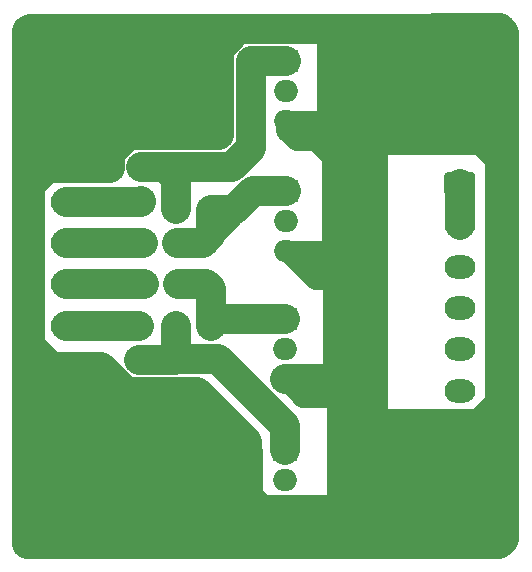
<source format=gbr>
G04 #@! TF.GenerationSoftware,KiCad,Pcbnew,5.1.9*
G04 #@! TF.CreationDate,2021-08-09T17:38:43+02:00*
G04 #@! TF.ProjectId,led_amplifier,6c65645f-616d-4706-9c69-666965722e6b,1*
G04 #@! TF.SameCoordinates,Original*
G04 #@! TF.FileFunction,Copper,L1,Top*
G04 #@! TF.FilePolarity,Positive*
%FSLAX45Y45*%
G04 Gerber Fmt 4.5, Leading zero omitted, Abs format (unit mm)*
G04 Created by KiCad (PCBNEW 5.1.9) date 2021-08-09 17:38:43*
%MOMM*%
%LPD*%
G01*
G04 APERTURE LIST*
G04 #@! TA.AperFunction,ComponentPad*
%ADD10O,1.600000X1.600000*%
G04 #@! TD*
G04 #@! TA.AperFunction,ComponentPad*
%ADD11C,1.600000*%
G04 #@! TD*
G04 #@! TA.AperFunction,ComponentPad*
%ADD12O,2.000000X1.905000*%
G04 #@! TD*
G04 #@! TA.AperFunction,ComponentPad*
%ADD13R,2.000000X1.905000*%
G04 #@! TD*
G04 #@! TA.AperFunction,ComponentPad*
%ADD14O,2.600000X2.000000*%
G04 #@! TD*
G04 #@! TA.AperFunction,Conductor*
%ADD15C,1.700000*%
G04 #@! TD*
G04 #@! TA.AperFunction,Conductor*
%ADD16C,2.500000*%
G04 #@! TD*
G04 #@! TA.AperFunction,Conductor*
%ADD17C,2.100000*%
G04 #@! TD*
G04 APERTURE END LIST*
D10*
X15781020Y-9151620D03*
D11*
X15781020Y-8135620D03*
G04 #@! TA.AperFunction,SMDPad,CuDef*
G36*
G01*
X15262830Y-7372080D02*
X15262830Y-7497080D01*
G75*
G02*
X15237830Y-7522080I-25000J0D01*
G01*
X15175330Y-7522080D01*
G75*
G02*
X15150330Y-7497080I0J25000D01*
G01*
X15150330Y-7372080D01*
G75*
G02*
X15175330Y-7347080I25000J0D01*
G01*
X15237830Y-7347080D01*
G75*
G02*
X15262830Y-7372080I0J-25000D01*
G01*
G37*
G04 #@! TD.AperFunction*
G04 #@! TA.AperFunction,SMDPad,CuDef*
G36*
G01*
X15555330Y-7372080D02*
X15555330Y-7497080D01*
G75*
G02*
X15530330Y-7522080I-25000J0D01*
G01*
X15467830Y-7522080D01*
G75*
G02*
X15442830Y-7497080I0J25000D01*
G01*
X15442830Y-7372080D01*
G75*
G02*
X15467830Y-7347080I25000J0D01*
G01*
X15530330Y-7347080D01*
G75*
G02*
X15555330Y-7372080I0J-25000D01*
G01*
G37*
G04 #@! TD.AperFunction*
D12*
X16409670Y-9697720D03*
X16409670Y-9443720D03*
D13*
X16409670Y-9189720D03*
G04 #@! TA.AperFunction,ComponentPad*
G36*
G01*
X17784220Y-6837320D02*
X17994220Y-6837320D01*
G75*
G02*
X18019220Y-6862320I0J-25000D01*
G01*
X18019220Y-7012320D01*
G75*
G02*
X17994220Y-7037320I-25000J0D01*
G01*
X17784220Y-7037320D01*
G75*
G02*
X17759220Y-7012320I0J25000D01*
G01*
X17759220Y-6862320D01*
G75*
G02*
X17784220Y-6837320I25000J0D01*
G01*
G37*
G04 #@! TD.AperFunction*
D14*
X17889220Y-7287320D03*
X17889220Y-7637320D03*
X17889220Y-7987320D03*
X17889220Y-8337320D03*
X17889220Y-8687320D03*
X17889220Y-9037320D03*
D13*
X16422370Y-5894070D03*
D12*
X16422370Y-6148070D03*
X16422370Y-6402070D03*
D13*
X16422370Y-6993890D03*
D12*
X16422370Y-7247890D03*
X16422370Y-7501890D03*
D13*
X16410160Y-8081570D03*
D12*
X16410160Y-8335570D03*
X16410160Y-8589570D03*
G04 #@! TA.AperFunction,ComponentPad*
G36*
G01*
X14661740Y-8586140D02*
X14451740Y-8586140D01*
G75*
G02*
X14426740Y-8561140I0J25000D01*
G01*
X14426740Y-8411140D01*
G75*
G02*
X14451740Y-8386140I25000J0D01*
G01*
X14661740Y-8386140D01*
G75*
G02*
X14686740Y-8411140I0J-25000D01*
G01*
X14686740Y-8561140D01*
G75*
G02*
X14661740Y-8586140I-25000J0D01*
G01*
G37*
G04 #@! TD.AperFunction*
D14*
X14556740Y-8136140D03*
X14556740Y-7786140D03*
X14556740Y-7436140D03*
X14556740Y-7086140D03*
D11*
X15485110Y-8135620D03*
D10*
X15485110Y-9151620D03*
D11*
X15787370Y-7153910D03*
D10*
X15787370Y-6137910D03*
X15485110Y-6136640D03*
D11*
X15485110Y-7152640D03*
G04 #@! TA.AperFunction,SMDPad,CuDef*
G36*
G01*
X15131780Y-6735710D02*
X15256780Y-6735710D01*
G75*
G02*
X15281780Y-6760710I0J-25000D01*
G01*
X15281780Y-6823210D01*
G75*
G02*
X15256780Y-6848210I-25000J0D01*
G01*
X15131780Y-6848210D01*
G75*
G02*
X15106780Y-6823210I0J25000D01*
G01*
X15106780Y-6760710D01*
G75*
G02*
X15131780Y-6735710I25000J0D01*
G01*
G37*
G04 #@! TD.AperFunction*
G04 #@! TA.AperFunction,SMDPad,CuDef*
G36*
G01*
X15131780Y-7028210D02*
X15256780Y-7028210D01*
G75*
G02*
X15281780Y-7053210I0J-25000D01*
G01*
X15281780Y-7115710D01*
G75*
G02*
X15256780Y-7140710I-25000J0D01*
G01*
X15131780Y-7140710D01*
G75*
G02*
X15106780Y-7115710I0J25000D01*
G01*
X15106780Y-7053210D01*
G75*
G02*
X15131780Y-7028210I25000J0D01*
G01*
G37*
G04 #@! TD.AperFunction*
G04 #@! TA.AperFunction,SMDPad,CuDef*
G36*
G01*
X15563150Y-7725140D02*
X15563150Y-7850140D01*
G75*
G02*
X15538150Y-7875140I-25000J0D01*
G01*
X15475650Y-7875140D01*
G75*
G02*
X15450650Y-7850140I0J25000D01*
G01*
X15450650Y-7725140D01*
G75*
G02*
X15475650Y-7700140I25000J0D01*
G01*
X15538150Y-7700140D01*
G75*
G02*
X15563150Y-7725140I0J-25000D01*
G01*
G37*
G04 #@! TD.AperFunction*
G04 #@! TA.AperFunction,SMDPad,CuDef*
G36*
G01*
X15270650Y-7725140D02*
X15270650Y-7850140D01*
G75*
G02*
X15245650Y-7875140I-25000J0D01*
G01*
X15183150Y-7875140D01*
G75*
G02*
X15158150Y-7850140I0J25000D01*
G01*
X15158150Y-7725140D01*
G75*
G02*
X15183150Y-7700140I25000J0D01*
G01*
X15245650Y-7700140D01*
G75*
G02*
X15270650Y-7725140I0J-25000D01*
G01*
G37*
G04 #@! TD.AperFunction*
G04 #@! TA.AperFunction,SMDPad,CuDef*
G36*
G01*
X15237730Y-8193140D02*
X15112730Y-8193140D01*
G75*
G02*
X15087730Y-8168140I0J25000D01*
G01*
X15087730Y-8105640D01*
G75*
G02*
X15112730Y-8080640I25000J0D01*
G01*
X15237730Y-8080640D01*
G75*
G02*
X15262730Y-8105640I0J-25000D01*
G01*
X15262730Y-8168140D01*
G75*
G02*
X15237730Y-8193140I-25000J0D01*
G01*
G37*
G04 #@! TD.AperFunction*
G04 #@! TA.AperFunction,SMDPad,CuDef*
G36*
G01*
X15237730Y-8485640D02*
X15112730Y-8485640D01*
G75*
G02*
X15087730Y-8460640I0J25000D01*
G01*
X15087730Y-8398140D01*
G75*
G02*
X15112730Y-8373140I25000J0D01*
G01*
X15237730Y-8373140D01*
G75*
G02*
X15262730Y-8398140I0J-25000D01*
G01*
X15262730Y-8460640D01*
G75*
G02*
X15237730Y-8485640I-25000J0D01*
G01*
G37*
G04 #@! TD.AperFunction*
D15*
X16846550Y-8775700D02*
X16816070Y-8745220D01*
X16565810Y-8745220D02*
X16410160Y-8589570D01*
X16816070Y-8745220D02*
X16565810Y-8745220D01*
X17019270Y-9697720D02*
X16846550Y-9697720D01*
X16936720Y-9697720D02*
X16846550Y-9607550D01*
X17019270Y-9697720D02*
X16936720Y-9697720D01*
X16846550Y-9697720D02*
X16846550Y-9607550D01*
X16846550Y-8775700D02*
X16846550Y-9048750D01*
X17019270Y-8792210D02*
X17019270Y-9221470D01*
X17019270Y-8948420D02*
X16846550Y-8775700D01*
X17019270Y-9697720D02*
X17019270Y-8948420D01*
X16939260Y-9141460D02*
X16939260Y-9028430D01*
X17019270Y-9221470D02*
X16939260Y-9141460D01*
X16939260Y-9028430D02*
X17019270Y-8948420D01*
X16939260Y-9141460D02*
X16846550Y-9048750D01*
X16846550Y-9484360D02*
X17019270Y-9311640D01*
X16846550Y-9697720D02*
X16846550Y-9484360D01*
X17019270Y-9311640D02*
X17019270Y-9221470D01*
X16846550Y-9697720D02*
X16915130Y-9697720D01*
X17019270Y-9697720D02*
X17019270Y-9593580D01*
X16915130Y-9697720D02*
X17019270Y-9593580D01*
X16846550Y-9525000D02*
X16846550Y-9484360D01*
X17019270Y-9697720D02*
X16846550Y-9525000D01*
X17019270Y-9363710D02*
X16846550Y-9190990D01*
X16846550Y-9607550D02*
X16846550Y-9190990D01*
X16846550Y-9190990D02*
X16846550Y-8775700D01*
X17198340Y-9697720D02*
X17019270Y-9697720D01*
X17115790Y-9697720D02*
X17019270Y-9601200D01*
X17019270Y-9697720D02*
X17019270Y-9601200D01*
X17198340Y-9697720D02*
X17115790Y-9697720D01*
X17019270Y-9503410D02*
X17019270Y-9461500D01*
X17019270Y-9593580D02*
X17019270Y-9461500D01*
X17019270Y-9461500D02*
X17019270Y-9311640D01*
X17019270Y-9601200D02*
X17019270Y-9503410D01*
X17019270Y-9503410D02*
X17019270Y-9363710D01*
X17099280Y-9541510D02*
X17019270Y-9461500D01*
X17198340Y-9541510D02*
X17099280Y-9541510D01*
X17198340Y-9541510D02*
X17198340Y-9697720D01*
X17044670Y-9389110D02*
X17019270Y-9363710D01*
X17198340Y-9389110D02*
X17044670Y-9389110D01*
X17198340Y-9389110D02*
X17198340Y-9541510D01*
X17044670Y-9196070D02*
X17019270Y-9221470D01*
X17198340Y-9196070D02*
X17044670Y-9196070D01*
X17198340Y-9196070D02*
X17198340Y-9389110D01*
X17040860Y-8970010D02*
X17019270Y-8948420D01*
X17198340Y-8970010D02*
X17040860Y-8970010D01*
X17198340Y-8743950D02*
X17198340Y-8970010D01*
X17198340Y-8970010D02*
X17198340Y-9196070D01*
X17198340Y-8812530D02*
X17040860Y-8970010D01*
X17198340Y-8743950D02*
X17198340Y-8812530D01*
X17040860Y-9038590D02*
X17198340Y-9196070D01*
X17040860Y-8970010D02*
X17040860Y-9038590D01*
X17044670Y-9196070D02*
X17044670Y-9235440D01*
X17043960Y-8589570D02*
X17198340Y-8743950D01*
X16410160Y-8589570D02*
X17043960Y-8589570D01*
X17198340Y-7508240D02*
X17191990Y-7501890D01*
X17043960Y-8589570D02*
X17043960Y-7555940D01*
X17191990Y-7501890D02*
X17098010Y-7501890D01*
X17043960Y-7555940D02*
X17098010Y-7501890D01*
X16816630Y-7507530D02*
X16810990Y-7501890D01*
X16810990Y-7501890D02*
X16422370Y-7501890D01*
X16894810Y-8667750D02*
X16894810Y-7611110D01*
X16816630Y-8589570D02*
X16894810Y-8667750D01*
X16894810Y-8667750D02*
X17019270Y-8792210D01*
X16810990Y-7527290D02*
X16810990Y-7501890D01*
X16894810Y-7611110D02*
X16810990Y-7527290D01*
X16447770Y-7527290D02*
X16422370Y-7501890D01*
X16816630Y-8589570D02*
X16816630Y-7750250D01*
X16816630Y-7750250D02*
X16816630Y-7507530D01*
X16670730Y-7750250D02*
X16422370Y-7501890D01*
X16816630Y-7750250D02*
X16670730Y-7750250D01*
X16816630Y-7750250D02*
X16802810Y-7750250D01*
X16615410Y-7562850D02*
X16615410Y-7527290D01*
X16802810Y-7750250D02*
X16615410Y-7562850D01*
X16810990Y-7527290D02*
X16615410Y-7527290D01*
X16615410Y-7527290D02*
X16447770Y-7527290D01*
X17198340Y-6534150D02*
X17198340Y-7508240D01*
X17066260Y-6402070D02*
X17198340Y-6534150D01*
X17198340Y-7627620D02*
X17198340Y-6743700D01*
X17198340Y-7627620D02*
X17198340Y-7508240D01*
X17198340Y-8743950D02*
X17198340Y-7627620D01*
X16856710Y-6402070D02*
X17066260Y-6402070D01*
X17098010Y-6643370D02*
X17018635Y-6563995D01*
X17198340Y-6743700D02*
X17018635Y-6563995D01*
X16926560Y-6489700D02*
X16935450Y-6480810D01*
X17098010Y-7501890D02*
X16926560Y-7501890D01*
X16935450Y-6480810D02*
X16856710Y-6402070D01*
X16926560Y-7501890D02*
X16810990Y-7501890D01*
X17018635Y-6563995D02*
X16935450Y-6480810D01*
X16810990Y-6488430D02*
X16724630Y-6402070D01*
X16422370Y-6402070D02*
X16724630Y-6402070D01*
X16724630Y-6402070D02*
X16856710Y-6402070D01*
X16504920Y-6402070D02*
X16810990Y-6708140D01*
X16422370Y-6402070D02*
X16504920Y-6402070D01*
X16810990Y-7501890D02*
X16810990Y-6708140D01*
X16422370Y-6402070D02*
X16422370Y-6489700D01*
X16507460Y-6574790D02*
X16810990Y-6574790D01*
X16422370Y-6489700D02*
X16507460Y-6574790D01*
X16810990Y-6708140D02*
X16810990Y-6574790D01*
X16810990Y-6574790D02*
X16810990Y-6488430D01*
X17098010Y-7501890D02*
X17098010Y-7311390D01*
X17098010Y-7311390D02*
X16926560Y-7139940D01*
X16926560Y-7501890D02*
X16926560Y-7139940D01*
X17023080Y-6918960D02*
X16926560Y-6822440D01*
X17098010Y-6918960D02*
X17023080Y-6918960D01*
X17098010Y-6918960D02*
X17098010Y-6643370D01*
X16926560Y-7139940D02*
X16926560Y-6822440D01*
X16926560Y-6822440D02*
X16926560Y-6489700D01*
X17018635Y-6730365D02*
X16926560Y-6822440D01*
X17018635Y-6563995D02*
X17018635Y-6730365D01*
X17098010Y-6968490D02*
X16926560Y-7139940D01*
X17098010Y-6918960D02*
X17098010Y-6968490D01*
X17098010Y-7174230D02*
X17098010Y-7330440D01*
X17098010Y-7330440D02*
X16926560Y-7501890D01*
X17098010Y-7501890D02*
X17098010Y-7174230D01*
X17098010Y-7174230D02*
X17098010Y-6918960D01*
X17067530Y-8743950D02*
X17019270Y-8792210D01*
X17198340Y-8743950D02*
X17067530Y-8743950D01*
X17044670Y-9235440D02*
X17111345Y-9302115D01*
X17111345Y-9302115D02*
X17198340Y-9389110D01*
X17200245Y-9213215D02*
X17111345Y-9302115D01*
X17713325Y-9213215D02*
X17889220Y-9037320D01*
X17889220Y-9037320D02*
X17889220Y-9208770D01*
X17240250Y-9583420D02*
X17198340Y-9541510D01*
X17514570Y-9583420D02*
X17240250Y-9583420D01*
X17392650Y-9583420D02*
X17111345Y-9302115D01*
X17514570Y-9583420D02*
X17392650Y-9583420D01*
X17480280Y-9493250D02*
X17200245Y-9213215D01*
X17604740Y-9493250D02*
X17480280Y-9493250D01*
X17604740Y-9493250D02*
X17514570Y-9583420D01*
X17651730Y-9420860D02*
X17444085Y-9213215D01*
X17677130Y-9420860D02*
X17651730Y-9420860D01*
X17677130Y-9420860D02*
X17604740Y-9493250D01*
X17444085Y-9213215D02*
X17713325Y-9213215D01*
X17760315Y-9337675D02*
X17572355Y-9337675D01*
X17760315Y-9337675D02*
X17677130Y-9420860D01*
X17889220Y-9208770D02*
X17760315Y-9337675D01*
X17616170Y-9116060D02*
X17713325Y-9213215D01*
X17350740Y-9116060D02*
X17616170Y-9116060D01*
X17572355Y-9337675D02*
X17350740Y-9116060D01*
X17492980Y-9420860D02*
X17285335Y-9213215D01*
X17677130Y-9420860D02*
X17492980Y-9420860D01*
X17200245Y-9213215D02*
X17285335Y-9213215D01*
X17285335Y-9213215D02*
X17444085Y-9213215D01*
X17198340Y-9697720D02*
X17875250Y-9697720D01*
X17889220Y-9340850D02*
X17889220Y-9037320D01*
X17889220Y-9683750D02*
X17889220Y-9340850D01*
X17875250Y-9697720D02*
X17889220Y-9683750D01*
X17769840Y-9697720D02*
X17492980Y-9420860D01*
X17875250Y-9697720D02*
X17769840Y-9697720D01*
X17769840Y-9347200D02*
X17760315Y-9337675D01*
X17769840Y-9697720D02*
X17769840Y-9347200D01*
X17889220Y-9037320D02*
X17889220Y-8961120D01*
X17880330Y-8970010D02*
X17198340Y-8970010D01*
X17889220Y-8961120D02*
X17880330Y-8970010D01*
X17875250Y-9697720D02*
X17955260Y-9697720D01*
X17955260Y-9697720D02*
X18045430Y-9607550D01*
D16*
X16409670Y-9697720D02*
X17019270Y-9697720D01*
X16409670Y-9697720D02*
X17955260Y-9697720D01*
X18045430Y-9326880D02*
X18045430Y-9823450D01*
D15*
X18045430Y-9607550D02*
X18045430Y-9326880D01*
D16*
X18045430Y-9823450D02*
X18016220Y-9852660D01*
X15059660Y-9692640D02*
X15059660Y-9425940D01*
X15059660Y-9692640D02*
X15007590Y-9692640D01*
X15038070Y-9425940D02*
X14781530Y-9169400D01*
X14781530Y-9466580D02*
X14781530Y-9169400D01*
X15059660Y-9425940D02*
X15038070Y-9425940D01*
X15058390Y-9204960D02*
X14781530Y-8928100D01*
X15059660Y-9204960D02*
X15058390Y-9204960D01*
X15059660Y-9204960D02*
X15059660Y-9425940D01*
X14781530Y-9169400D02*
X14781530Y-8928100D01*
X14817090Y-8872220D02*
X14781530Y-8836660D01*
X15059660Y-8872220D02*
X15059660Y-9204960D01*
X15059660Y-8872220D02*
X14817090Y-8872220D01*
X14781530Y-8928100D02*
X14781530Y-8836660D01*
X14781530Y-8836660D02*
X14781530Y-8488680D01*
X15059660Y-8766810D02*
X14781530Y-8488680D01*
X15059660Y-8872220D02*
X15059660Y-8766810D01*
X17889220Y-9037320D02*
X17889220Y-9253220D01*
X17889220Y-9253220D02*
X17289780Y-9852660D01*
X17289780Y-9852660D02*
X16857980Y-9852660D01*
X18045430Y-9326880D02*
X18045430Y-8973820D01*
X18041620Y-8970010D02*
X17198340Y-8970010D01*
X18045430Y-8973820D02*
X18041620Y-8970010D01*
X15064740Y-9697720D02*
X15059660Y-9692640D01*
X15421610Y-5642610D02*
X15410180Y-5631180D01*
X15726410Y-5642610D02*
X15421610Y-5642610D01*
X14781530Y-8928100D02*
X14781530Y-8910320D01*
X14254480Y-8383270D02*
X14254480Y-6783070D01*
X14254480Y-6783070D02*
X14409420Y-6628130D01*
X14862810Y-6628130D02*
X15106650Y-6384290D01*
X14782800Y-6628130D02*
X14862810Y-6628130D01*
X14409420Y-6628130D02*
X14782800Y-6628130D01*
X15156180Y-6212840D02*
X15106650Y-6212840D01*
X15106650Y-5934710D02*
X15106650Y-6212840D01*
X15106650Y-6212840D02*
X15106650Y-6384290D01*
X15106650Y-6212840D02*
X15106650Y-6304280D01*
X17289780Y-9852660D02*
X14965680Y-9852660D01*
X14658340Y-9545320D02*
X14658340Y-8787130D01*
X14781530Y-8910320D02*
X14658340Y-8787130D01*
X14965680Y-9852660D02*
X14658340Y-9545320D01*
X14965680Y-9852660D02*
X14856460Y-9852660D01*
X14856460Y-9852660D02*
X14254480Y-9250680D01*
X14254480Y-8383270D02*
X14254480Y-8487410D01*
X14254480Y-9250680D02*
X14254480Y-8912860D01*
X14254480Y-8912860D02*
X14254480Y-8487410D01*
X14254480Y-8912860D02*
X14254480Y-9667240D01*
X14439900Y-8568690D02*
X14385925Y-8514715D01*
X14439900Y-9852660D02*
X14439900Y-8568690D01*
X14658340Y-8787130D02*
X14385925Y-8514715D01*
X14385925Y-8514715D02*
X14254480Y-8383270D01*
X14439900Y-9852660D02*
X14254480Y-9667240D01*
X18045430Y-9193530D02*
X17889220Y-9037320D01*
X18045430Y-9823450D02*
X18045430Y-9193530D01*
X18041620Y-8970010D02*
X18058130Y-8970010D01*
X18058130Y-8970010D02*
X18229580Y-8798560D01*
X18229580Y-8798560D02*
X18229580Y-6713220D01*
X18080355Y-6563995D02*
X17018635Y-6563995D01*
X18229580Y-6713220D02*
X18080355Y-6563995D01*
X18229580Y-6713220D02*
X18229580Y-6300470D01*
X18229580Y-6300470D02*
X18127980Y-6402070D01*
X18229580Y-6300470D02*
X17846040Y-6300470D01*
X15778911Y-5631180D02*
X15410180Y-5631180D01*
X15786022Y-5624069D02*
X15778911Y-5631180D01*
X16810990Y-5681728D02*
X16868649Y-5624069D01*
X16810990Y-6574790D02*
X16810990Y-5681728D01*
X17169639Y-5624069D02*
X16868649Y-5624069D01*
X17066260Y-5821680D02*
X16868649Y-5624069D01*
X16856710Y-6031230D02*
X17066260Y-5821680D01*
X16856710Y-6402070D02*
X16856710Y-6031230D01*
X17374870Y-5829300D02*
X17291685Y-5746115D01*
X17374870Y-6402070D02*
X17066260Y-6402070D01*
X17374870Y-6402070D02*
X17374870Y-5829300D01*
X17291685Y-5746115D02*
X17169639Y-5624069D01*
X17374870Y-6130290D02*
X17066260Y-5821680D01*
X17374870Y-6402070D02*
X17374870Y-6130290D01*
X17726660Y-6181090D02*
X17846040Y-6300470D01*
X17066260Y-6402070D02*
X17066260Y-6181090D01*
X17066260Y-6181090D02*
X17066260Y-5821680D01*
X17634711Y-5624069D02*
X17634711Y-5652261D01*
X18019269Y-5624069D02*
X17634711Y-5624069D01*
X17634711Y-5624069D02*
X17169639Y-5624069D01*
X17934940Y-5952490D02*
X17934940Y-6402070D01*
X17634711Y-5652261D02*
X17934940Y-5952490D01*
X18127980Y-6402070D02*
X17934940Y-6402070D01*
X17934940Y-6402070D02*
X17374870Y-6402070D01*
X18224500Y-5829300D02*
X18229580Y-5834380D01*
X18166080Y-6181090D02*
X18229580Y-6117590D01*
X17510760Y-6181090D02*
X18166080Y-6181090D01*
X17510760Y-6181090D02*
X17726660Y-6181090D01*
X17066260Y-6181090D02*
X17510760Y-6181090D01*
X18229580Y-6300470D02*
X18229580Y-6117590D01*
X18229580Y-6117590D02*
X18025110Y-6117590D01*
X17374870Y-5829300D02*
X17736820Y-5829300D01*
X17736820Y-5829300D02*
X18149570Y-5829300D01*
X17797780Y-6181090D02*
X18149570Y-5829300D01*
X17510760Y-6181090D02*
X17797780Y-6181090D01*
X18149570Y-5829300D02*
X18224500Y-5829300D01*
X17774920Y-6050280D02*
X17866360Y-5958840D01*
X17595850Y-6050280D02*
X17774920Y-6050280D01*
X17595850Y-6050280D02*
X17291685Y-5746115D01*
X17846040Y-6300470D02*
X17595850Y-6050280D01*
X18025110Y-6117590D02*
X17866360Y-5958840D01*
X17866360Y-5958840D02*
X17736820Y-5829300D01*
X18229580Y-8798560D02*
X18229580Y-9784080D01*
X18229580Y-9784080D02*
X18190210Y-9823450D01*
X18045430Y-9823450D02*
X18190210Y-9823450D01*
X18161000Y-9852660D02*
X18190210Y-9823450D01*
X17682210Y-9852660D02*
X18161000Y-9852660D01*
X18016220Y-9852660D02*
X17682210Y-9852660D01*
X17682210Y-9852660D02*
X17289780Y-9852660D01*
X18149570Y-5829300D02*
X18149570Y-5754370D01*
X18149570Y-5754370D02*
X18052415Y-5657215D01*
X18052415Y-5657215D02*
X18019269Y-5624069D01*
X18229580Y-6117590D02*
X18229580Y-5834380D01*
X14409420Y-6628130D02*
X14413230Y-6628130D01*
X14907895Y-6133465D02*
X14947900Y-6093460D01*
X14907895Y-6503035D02*
X14907895Y-6133465D01*
X14907895Y-6503035D02*
X14782800Y-6628130D01*
X15106650Y-6304280D02*
X14907895Y-6503035D01*
X14947900Y-6093460D02*
X15106650Y-5934710D01*
X14782800Y-6628130D02*
X14782800Y-6554470D01*
X14782800Y-6554470D02*
X14634845Y-6406515D01*
X16868649Y-5624069D02*
X16040861Y-5624069D01*
X16040861Y-5624069D02*
X15786022Y-5624069D01*
X14516100Y-5769610D02*
X14511020Y-5764530D01*
X15271750Y-5769610D02*
X14516100Y-5769610D01*
X15271750Y-5769610D02*
X15106650Y-5934710D01*
X15410180Y-5631180D02*
X15271750Y-5769610D01*
X14511020Y-5764530D02*
X14651481Y-5624069D01*
X15045055Y-5873115D02*
X15106650Y-5934710D01*
X14402435Y-5873115D02*
X15045055Y-5873115D01*
X14254480Y-6021070D02*
X14402435Y-5873115D01*
X14402435Y-5873115D02*
X14511020Y-5764530D01*
X14875510Y-6021070D02*
X14947900Y-6093460D01*
X14254480Y-6021070D02*
X14875510Y-6021070D01*
X14516100Y-6021070D02*
X14768195Y-6273165D01*
X14254480Y-6021070D02*
X14516100Y-6021070D01*
X14768195Y-6273165D02*
X14947900Y-6093460D01*
X14254480Y-6263640D02*
X14555470Y-6263640D01*
X14254480Y-6263640D02*
X14254480Y-6021070D01*
X14254480Y-6783070D02*
X14254480Y-6263640D01*
X14555470Y-6263640D02*
X14666595Y-6374765D01*
X14666595Y-6374765D02*
X14768195Y-6273165D01*
X14634845Y-6406515D02*
X14666595Y-6374765D01*
X14254480Y-6272530D02*
X14511655Y-6529705D01*
X14254480Y-6263640D02*
X14254480Y-6272530D01*
X14413230Y-6628130D02*
X14511655Y-6529705D01*
X14511655Y-6529705D02*
X14634845Y-6406515D01*
X14662150Y-9852660D02*
X14262100Y-9852660D01*
X14856460Y-9852660D02*
X14662150Y-9852660D01*
X14662150Y-9852660D02*
X14439900Y-9852660D01*
X14262100Y-8390890D02*
X14254480Y-8383270D01*
X14262100Y-9852660D02*
X14262100Y-8390890D01*
X18161000Y-9852660D02*
X18229580Y-9784080D01*
X14651481Y-5624069D02*
X14966189Y-5624069D01*
X14966189Y-5624069D02*
X16040861Y-5624069D01*
X14254480Y-5638548D02*
X14254480Y-6021070D01*
X14254099Y-5629529D02*
X14268578Y-5644008D01*
X18229580Y-6117590D02*
X18229580Y-5619750D01*
X17667222Y-5619750D02*
X17634711Y-5652261D01*
X14246860Y-5622290D02*
X14973048Y-5622290D01*
X16280130Y-9697720D02*
X16203930Y-9697720D01*
X16409670Y-9697720D02*
X16280130Y-9697720D01*
X16203930Y-9697720D02*
X16094710Y-9588500D01*
X15007590Y-9692640D02*
X14903450Y-9588500D01*
X14903450Y-9588500D02*
X14781530Y-9466580D01*
X18098770Y-5703570D02*
X18145760Y-5703570D01*
X18052415Y-5657215D02*
X18098770Y-5703570D01*
X18145760Y-5703570D02*
X18214239Y-5635091D01*
X18098770Y-5703570D02*
X18229580Y-5834380D01*
X14246860Y-9837420D02*
X14262100Y-9852660D01*
X14246860Y-5622290D02*
X14246860Y-9837420D01*
X18251170Y-9852660D02*
X18161000Y-9852660D01*
X18266410Y-9837420D02*
X18251170Y-9852660D01*
X18266410Y-5656580D02*
X18229580Y-5619750D01*
X18266410Y-9837420D02*
X18266410Y-5656580D01*
X17837150Y-5656580D02*
X17800320Y-5619750D01*
X18266410Y-5656580D02*
X17837150Y-5656580D01*
X17800320Y-5619750D02*
X17667222Y-5619750D01*
X18254980Y-5656580D02*
X18218150Y-5619750D01*
X18266410Y-5656580D02*
X18254980Y-5656580D01*
X18229580Y-5619750D02*
X18218150Y-5619750D01*
X18218150Y-5619750D02*
X17800320Y-5619750D01*
X18232120Y-5622290D02*
X14246860Y-5622290D01*
X18266410Y-5656580D02*
X18232120Y-5622290D01*
X18266410Y-9837420D02*
X18266410Y-9941560D01*
X18266410Y-9941560D02*
X18225770Y-9982200D01*
X18225770Y-9982200D02*
X14229080Y-9982200D01*
X14229080Y-5640070D02*
X14232789Y-5636361D01*
X14229080Y-9982200D02*
X14229080Y-5640070D01*
X15097760Y-9074150D02*
X15097760Y-9697720D01*
X15038070Y-9014460D02*
X15097760Y-9074150D01*
X15097760Y-9697720D02*
X15064740Y-9697720D01*
X15350490Y-9011920D02*
X15038070Y-8699500D01*
X16280130Y-9697720D02*
X15350490Y-9697720D01*
X15350490Y-9697720D02*
X15097760Y-9697720D01*
X15038070Y-8699500D02*
X15038070Y-9014460D01*
X16094710Y-9588500D02*
X15652750Y-9588500D01*
X15652750Y-9588500D02*
X14903450Y-9588500D01*
X15652750Y-9384270D02*
X15424870Y-9156390D01*
X15652750Y-9588500D02*
X15652750Y-9384270D01*
X15892780Y-9386570D02*
X16094710Y-9588500D01*
X15892780Y-9386570D02*
X15892780Y-9004300D01*
X15358110Y-9004300D02*
X15350490Y-9011920D01*
X14651530Y-8488680D02*
X14781530Y-8488680D01*
X15574010Y-6384290D02*
X15675610Y-6282690D01*
X15341600Y-6027420D02*
X15517495Y-5851525D01*
X15341600Y-6384290D02*
X15341600Y-6027420D01*
X15341600Y-6384290D02*
X15574010Y-6384290D01*
X15106650Y-6384290D02*
X15341600Y-6384290D01*
X15726410Y-5642610D02*
X15517495Y-5851525D01*
X15517495Y-5851525D02*
X15156180Y-6212840D01*
X15585440Y-6139180D02*
X15675610Y-6049010D01*
X15675610Y-6282690D02*
X15675610Y-6049010D01*
X15410180Y-6139180D02*
X15585440Y-6139180D01*
X15675610Y-6049010D02*
X15675610Y-5636361D01*
X15726410Y-5815330D02*
X15905379Y-5636361D01*
X15726410Y-6139180D02*
X15726410Y-5815330D01*
X15726410Y-6139180D02*
X15814040Y-6226810D01*
X15814040Y-5664200D02*
X15841879Y-5636361D01*
X15814040Y-6226810D02*
X15814040Y-6343650D01*
X15773400Y-6384290D02*
X15341600Y-6384290D01*
X15814040Y-6343650D02*
X15773400Y-6384290D01*
X15053310Y-9410700D02*
X15038070Y-9425940D01*
X15474950Y-9410700D02*
X15053310Y-9410700D01*
X15474950Y-9410700D02*
X15652750Y-9588500D01*
X15856980Y-9588500D02*
X15652750Y-9384270D01*
X16094710Y-9588500D02*
X15856980Y-9588500D01*
X16094710Y-9206230D02*
X15892780Y-9004300D01*
X16094710Y-9588500D02*
X16094710Y-9206230D01*
X16085820Y-9118600D02*
X15757525Y-8790305D01*
X15756890Y-8790940D02*
X15464790Y-8790940D01*
X16085820Y-9739630D02*
X16183610Y-9837420D01*
X14246860Y-9837420D02*
X16183610Y-9837420D01*
X16085820Y-9118600D02*
X16085820Y-9739630D01*
X16183610Y-9837420D02*
X18266410Y-9837420D01*
X15517495Y-5930265D02*
X15517495Y-5851525D01*
X15726410Y-6139180D02*
X15517495Y-5930265D01*
X16410160Y-8589570D02*
X16816630Y-8589570D01*
X15732760Y-8766810D02*
X15756890Y-8790940D01*
X15059660Y-8766810D02*
X15732760Y-8766810D01*
X15892780Y-9276080D02*
X15621000Y-9004300D01*
X15892780Y-9386570D02*
X15892780Y-9276080D01*
X15892780Y-9004300D02*
X15621000Y-9004300D01*
X15621000Y-9004300D02*
X15358110Y-9004300D01*
X15175230Y-9151620D02*
X15097760Y-9074150D01*
X15781020Y-9151620D02*
X15175230Y-9151620D01*
X15350490Y-9326880D02*
X15175230Y-9151620D01*
X15350490Y-9500870D02*
X15350490Y-9326880D01*
X15350490Y-9697720D02*
X15350490Y-9500870D01*
X15350490Y-9500870D02*
X15350490Y-9011920D01*
X14436090Y-8488680D02*
X14244647Y-8297237D01*
X14781530Y-8488680D02*
X14436090Y-8488680D01*
X15063392Y-8699391D02*
X15665341Y-8699391D01*
X14850141Y-8486140D02*
X15063392Y-8699391D01*
X15665341Y-8699391D02*
X15732760Y-8766810D01*
X14556740Y-8486140D02*
X14850141Y-8486140D01*
X14782800Y-6554470D02*
X14645640Y-6554470D01*
X14395450Y-6804660D02*
X14924279Y-6804660D01*
X14645640Y-6554470D02*
X14395450Y-6804660D01*
X14395450Y-6804660D02*
X14245751Y-6954359D01*
X14924279Y-6680122D02*
X15082442Y-6521959D01*
X14924279Y-6804660D02*
X14924279Y-6680122D01*
X15425168Y-6384290D02*
X15287499Y-6521959D01*
X15773400Y-6384290D02*
X15425168Y-6384290D01*
X15082442Y-6521959D02*
X15287499Y-6521959D01*
X15287499Y-6521959D02*
X15849091Y-6521959D01*
X15814040Y-6486908D02*
X15814040Y-6015990D01*
X15814040Y-6226810D02*
X15814040Y-6015990D01*
X15849091Y-6521959D02*
X15814040Y-6486908D01*
X15814040Y-6015990D02*
X15814040Y-5664200D01*
X15849091Y-5815839D02*
X15853410Y-5811520D01*
X15849091Y-6521959D02*
X15849091Y-5815839D01*
D17*
X15849091Y-5815839D02*
X16040861Y-5624069D01*
D16*
X15212900Y-7786140D02*
X15214400Y-7787640D01*
X14556740Y-7786140D02*
X15212900Y-7786140D01*
X14558300Y-7434580D02*
X14556740Y-7436140D01*
X15206580Y-7434580D02*
X14558300Y-7434580D01*
X15192600Y-7086140D02*
X15194280Y-7084460D01*
X14556740Y-7086140D02*
X15192600Y-7086140D01*
X15174480Y-8136140D02*
X15175230Y-8136890D01*
X14556740Y-8136140D02*
X15174480Y-8136140D01*
X17892000Y-6934000D02*
X17892000Y-7284000D01*
X15194280Y-6791960D02*
X15393670Y-6791960D01*
X15485110Y-6883400D02*
X15485110Y-7152640D01*
X15393670Y-6791960D02*
X15485110Y-6883400D01*
X16123411Y-6629478D02*
X15960929Y-6791960D01*
X15960929Y-6791960D02*
X15393670Y-6791960D01*
X16124415Y-5894070D02*
X16123411Y-5895074D01*
X16422370Y-5894070D02*
X16124415Y-5894070D01*
X16123411Y-5895074D02*
X16123411Y-6629478D01*
X15499080Y-7434580D02*
X15713710Y-7434580D01*
X15787370Y-7360920D02*
X15787370Y-7153910D01*
X15713710Y-7434580D02*
X15787370Y-7360920D01*
X16140838Y-6993890D02*
X15980818Y-7153910D01*
X15980818Y-7153910D02*
X15787370Y-7153910D01*
X16422370Y-6993890D02*
X16140838Y-6993890D01*
D17*
X16064864Y-7083426D02*
X15713710Y-7434580D01*
X16064864Y-7069864D02*
X16064864Y-7083426D01*
X16064864Y-7069864D02*
X16140838Y-6993890D01*
D16*
X15835070Y-8081570D02*
X16410160Y-8081570D01*
X15781020Y-8135620D02*
X15835070Y-8081570D01*
X15781020Y-8135620D02*
X15781020Y-7824470D01*
X15744190Y-7787640D02*
X15506900Y-7787640D01*
X15781020Y-7824470D02*
X15744190Y-7787640D01*
X15175230Y-8429390D02*
X15477890Y-8429390D01*
X15485110Y-8422170D02*
X15485110Y-8135620D01*
X15477890Y-8429390D02*
X15485110Y-8422170D01*
X15485110Y-8422170D02*
X15845320Y-8422170D01*
X16409670Y-8986520D02*
X16409670Y-9189720D01*
X15845320Y-8422170D02*
X16409670Y-8986520D01*
M02*

</source>
